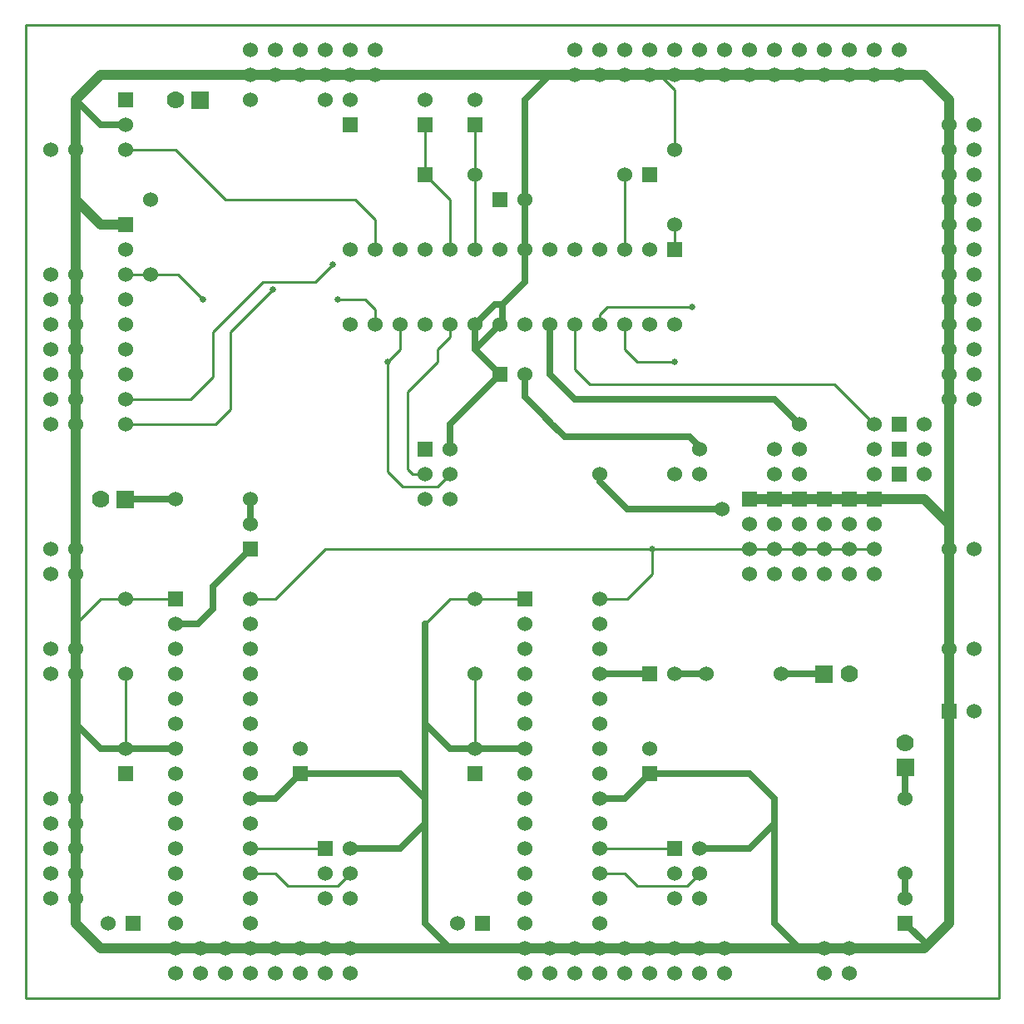
<source format=gtl>
G04 start of page 2 for group 0 idx 0 *
G04 Title: (unknown), top *
G04 Creator: pcb 20140316 *
G04 CreationDate: Thu 03 Aug 2017 07:13:35 PM GMT UTC *
G04 For: root *
G04 Format: Gerber/RS-274X *
G04 PCB-Dimensions (mil): 6000.00 5000.00 *
G04 PCB-Coordinate-Origin: lower left *
%MOIN*%
%FSLAX25Y25*%
%LNTOP*%
%ADD22C,0.0300*%
%ADD21C,0.0280*%
%ADD20C,0.0380*%
%ADD19C,0.0350*%
%ADD18C,0.0130*%
%ADD17C,0.0260*%
%ADD16C,0.0700*%
%ADD15C,0.0600*%
%ADD14C,0.0001*%
%ADD13C,0.0250*%
%ADD12C,0.0400*%
%ADD11C,0.0100*%
G54D11*X0Y500000D02*X390000D01*
Y110000D02*X0D01*
Y500000D01*
X390000Y110000D02*Y500000D01*
G54D12*X40000Y420000D02*X30000D01*
G54D13*X40000Y460000D02*X30000D01*
G54D11*X60000Y450000D02*X40000D01*
G54D12*X30000Y420000D02*X20000Y430000D01*
G54D13*X30000Y460000D02*X20000Y470000D01*
G54D11*X40000Y400000D02*X61000D01*
X71000Y390000D02*X61000Y400000D01*
X99000Y394000D02*X82000Y377000D01*
X95000Y397000D02*X75000Y377000D01*
X66000Y350000D02*X75000Y359000D01*
X76000Y340000D02*X82000Y346000D01*
Y377000D01*
G54D12*X30000Y480000D02*X20000Y470000D01*
G54D11*X80000Y430000D02*X60000Y450000D01*
G54D13*X180000Y370000D02*Y380000D01*
G54D11*X150000D02*Y370000D01*
G54D13*X220000Y350000D02*X210000Y360000D01*
Y380000D01*
G54D11*X220000Y362000D02*Y380000D01*
G54D13*X200000Y360000D02*Y351000D01*
X210000Y341000D01*
X216000Y335000D02*X208500Y342500D01*
X191000Y381000D02*Y388000D01*
X200000Y397000D01*
X170000Y340000D02*X190000Y360000D01*
G54D11*X123000Y404000D02*X116000Y397000D01*
X95000D01*
X160000Y320000D02*X155000D01*
X153000Y322000D01*
Y353000D01*
X170000Y320000D02*X165000Y315000D01*
X151000D01*
X145000Y321000D01*
Y365000D01*
G54D13*X170000Y330000D02*Y340000D01*
G54D11*X150000Y370000D02*X145000Y365000D01*
X140000Y380000D02*Y386000D01*
X136000Y390000D01*
X125000D01*
G54D13*X200000Y470000D02*Y397000D01*
X191000Y388000D02*X188000D01*
X180000Y380000D01*
G54D11*X170000D02*Y375000D01*
X165000Y370000D01*
Y365000D01*
X153000Y353000D01*
X140000Y410000D02*Y422000D01*
X132000Y430000D01*
X80000D01*
X40000Y350000D02*X66000D01*
X75000Y359000D02*Y377000D01*
X40000Y340000D02*X76000D01*
G54D13*X90000Y309891D02*X90081Y309972D01*
G54D12*X20000Y470000D02*Y140000D01*
G54D13*X60000Y260000D02*X69000D01*
X75000Y266000D01*
Y275000D01*
X90000Y290000D02*X75000Y275000D01*
X90000Y300000D02*Y309891D01*
X60081Y309972D02*X40028D01*
X40000Y310000D01*
G54D11*X180000Y240000D02*Y210000D01*
G54D13*X200000D02*X170000D01*
X160000Y220000D01*
G54D11*X200000Y270000D02*X170000D01*
X160000Y260000D01*
G54D13*Y140000D02*Y260000D01*
X240000Y190000D02*X230000D01*
G54D11*Y270000D02*X240000D01*
G54D13*X260000Y240000D02*X272582D01*
X250000D02*X230000D01*
X272582D02*X272763Y240180D01*
X302763D02*X319820D01*
X320000Y240000D01*
G54D11*X120000Y290000D02*X340000D01*
X120000Y170000D02*X90000D01*
X130000Y160000D02*X125000Y155000D01*
X105000D01*
X100000Y160000D01*
X90000D01*
G54D13*X100000Y190000D02*X90000D01*
X110000Y200000D02*X100000Y190000D01*
G54D11*X40000Y240000D02*Y210000D01*
X90000Y270000D02*X100000D01*
X120000Y290000D01*
G54D13*X130000Y170000D02*X150000D01*
X160000Y180000D01*
Y140000D02*X170000Y130000D01*
X60000Y210000D02*X30000D01*
G54D11*X60000Y270000D02*X30000D01*
X20000Y260000D01*
G54D13*X30000Y210000D02*X20000Y220000D01*
G54D12*X30000Y130000D02*X20000Y140000D01*
G54D13*X110000Y200000D02*X150000D01*
X160000Y190000D01*
X250000Y200000D02*X240000Y190000D01*
X250000Y200000D02*X290000D01*
X300000Y190000D01*
G54D11*X260000Y170000D02*X230000D01*
X270000Y160000D02*X265000Y155000D01*
X251000D01*
X230000Y160000D02*X240000D01*
X245000Y155000D01*
X254000D01*
G54D13*X270000Y170000D02*X290000D01*
X300000Y180000D01*
Y140000D02*X310000Y130000D01*
X300000Y140000D02*Y190000D01*
G54D12*X360000Y130000D02*X370000Y140000D01*
G54D13*X352500D02*X361250Y131250D01*
X352500Y150000D02*Y160000D01*
Y190000D02*Y202500D01*
G54D12*X30000Y130000D02*X360000D01*
G54D13*X310000Y340000D02*X300000Y350000D01*
G54D11*X340000Y340000D02*X324000Y356000D01*
G54D12*X370000Y470000D02*Y140000D01*
X290000Y310000D02*X360000D01*
X370000Y300000D01*
G54D11*X160000Y440000D02*X170000Y430000D01*
Y410000D01*
X160000Y440000D02*Y460000D01*
X180000Y410000D02*Y460000D01*
G54D12*X360000Y480000D02*X370000Y470000D01*
G54D11*X260000Y450000D02*Y474000D01*
X254000Y480000D01*
G54D13*X200000Y470000D02*X210000Y480000D01*
G54D12*X30000D02*X360000D01*
G54D11*X240000Y410000D02*Y440000D01*
G54D13*X190000Y360000D02*X180000Y370000D01*
X190000Y380000D02*X180000Y370000D01*
G54D11*X260000Y420000D02*Y410000D01*
X240000Y380000D02*Y370000D01*
X245000Y365000D01*
X260000D01*
X233000Y387000D02*X267000D01*
G54D13*X300000Y350000D02*X220000D01*
G54D11*X324000Y356000D02*X226000D01*
X220000Y362000D01*
G54D13*X230000Y320000D02*Y317000D01*
X241000Y306000D01*
G54D11*X230000Y380000D02*Y384000D01*
X233000Y387000D01*
X251000Y290000D02*Y280000D01*
X241000Y270000D01*
X238000D01*
G54D13*X241000Y306000D02*X279000D01*
X270018Y330031D02*Y330982D01*
X266000Y335000D01*
X216000D01*
G54D14*G36*
X37000Y423000D02*Y417000D01*
X43000D01*
Y423000D01*
X37000D01*
G37*
G54D15*X40000Y410000D03*
Y400000D03*
Y390000D03*
G54D14*G36*
X37000Y473000D02*Y467000D01*
X43000D01*
Y473000D01*
X37000D01*
G37*
G54D15*X40000Y460000D03*
Y450000D03*
X20000D03*
X10000D03*
X40000Y350000D03*
Y340000D03*
G54D14*G36*
X36500Y313500D02*Y306500D01*
X43500D01*
Y313500D01*
X36500D01*
G37*
G54D16*X30000Y310000D03*
G54D15*X20000Y280000D03*
Y250000D03*
Y240000D03*
X10000Y280000D03*
Y250000D03*
Y240000D03*
Y290000D03*
X20000D03*
X50000Y400000D03*
Y430000D03*
G54D14*G36*
X127000Y463000D02*Y457000D01*
X133000D01*
Y463000D01*
X127000D01*
G37*
G54D15*X130000Y470000D03*
X119980Y470048D03*
X89980D03*
G54D14*G36*
X66500Y473500D02*Y466500D01*
X73500D01*
Y473500D01*
X66500D01*
G37*
G54D16*X60000Y470000D03*
G54D15*X130000Y490000D03*
Y480000D03*
X120000D03*
Y490000D03*
X140000Y480000D03*
Y490000D03*
X110000D03*
Y480000D03*
X100000D03*
Y490000D03*
X90000D03*
Y480000D03*
X40000Y380000D03*
Y370000D03*
Y360000D03*
X20000Y350000D03*
Y360000D03*
Y370000D03*
Y340000D03*
X10000Y350000D03*
Y340000D03*
Y360000D03*
Y370000D03*
Y380000D03*
Y390000D03*
Y400000D03*
X20000Y380000D03*
Y390000D03*
Y400000D03*
G54D14*G36*
X257000Y173000D02*Y167000D01*
X263000D01*
Y173000D01*
X257000D01*
G37*
G54D15*X230000Y170000D03*
X270000D03*
X260000Y160000D03*
Y150000D03*
X230000D03*
Y160000D03*
G54D14*G36*
X247000Y203000D02*Y197000D01*
X253000D01*
Y203000D01*
X247000D01*
G37*
G54D15*X250000Y210000D03*
G54D14*G36*
X247000Y243000D02*Y237000D01*
X253000D01*
Y243000D01*
X247000D01*
G37*
G54D15*X260000Y240000D03*
X272763Y240180D03*
X200000Y170000D03*
X352500Y160000D03*
Y150000D03*
G54D14*G36*
X317000Y313000D02*Y307000D01*
X323000D01*
Y313000D01*
X317000D01*
G37*
G36*
X307000D02*Y307000D01*
X313000D01*
Y313000D01*
X307000D01*
G37*
G36*
X337000D02*Y307000D01*
X343000D01*
Y313000D01*
X337000D01*
G37*
G54D15*X310000Y290000D03*
Y280000D03*
G54D14*G36*
X297000Y313000D02*Y307000D01*
X303000D01*
Y313000D01*
X297000D01*
G37*
G54D15*X300000Y300000D03*
G54D14*G36*
X287000Y313000D02*Y307000D01*
X293000D01*
Y313000D01*
X287000D01*
G37*
G54D15*X290000Y300000D03*
X320000D03*
X310000D03*
X330000D03*
X340000D03*
Y290000D03*
Y280000D03*
X300000Y290000D03*
Y280000D03*
X290000Y290000D03*
Y280000D03*
G54D14*G36*
X327000Y313000D02*Y307000D01*
X333000D01*
Y313000D01*
X327000D01*
G37*
G54D15*X330000Y290000D03*
Y280000D03*
X230000Y220000D03*
Y230000D03*
Y240000D03*
Y250000D03*
Y260000D03*
Y270000D03*
Y180000D03*
Y190000D03*
Y200000D03*
Y210000D03*
X320000Y290000D03*
Y280000D03*
X370000Y290000D03*
X380000D03*
X302763Y240180D03*
G54D14*G36*
X316500Y243500D02*Y236500D01*
X323500D01*
Y243500D01*
X316500D01*
G37*
G54D16*X330000Y240000D03*
G54D15*X370000Y250000D03*
X380000D03*
X352500Y190000D03*
G54D14*G36*
X349000Y206000D02*Y199000D01*
X356000D01*
Y206000D01*
X349000D01*
G37*
G54D16*X352500Y212500D03*
G54D14*G36*
X367000Y228000D02*Y222000D01*
X373000D01*
Y228000D01*
X367000D01*
G37*
G54D15*X380000Y225000D03*
X260000Y420000D03*
G54D14*G36*
X257000Y413000D02*Y407000D01*
X263000D01*
Y413000D01*
X257000D01*
G37*
G54D15*X250000Y410000D03*
X240000D03*
X230000D03*
X220000D03*
X210000D03*
X200000D03*
X190000D03*
X180000D03*
X170000D03*
X160000D03*
Y380000D03*
X170000D03*
X180000D03*
X190000D03*
X200000D03*
X210000D03*
X220000D03*
X230000D03*
X150000Y410000D03*
X140000D03*
X130000D03*
X140000Y380000D03*
X150000D03*
X250000D03*
X130000D03*
G54D14*G36*
X347000Y323000D02*Y317000D01*
X353000D01*
Y323000D01*
X347000D01*
G37*
G54D15*X360000Y320000D03*
X340000D03*
X310000D03*
X300000D03*
X270000D03*
G54D14*G36*
X347000Y333000D02*Y327000D01*
X353000D01*
Y333000D01*
X347000D01*
G37*
G36*
Y343000D02*Y337000D01*
X353000D01*
Y343000D01*
X347000D01*
G37*
G54D15*X360000Y330000D03*
Y340000D03*
X370000Y350000D03*
X380000D03*
X340028Y330083D03*
X340000Y340000D03*
X310028Y330083D03*
X310000Y340000D03*
X300018Y330031D03*
X270018D03*
X370000Y400000D03*
X380000D03*
Y410000D03*
X370000D03*
Y390000D03*
X380000D03*
X370000Y380000D03*
Y370000D03*
Y360000D03*
X380000D03*
Y370000D03*
Y380000D03*
X370000Y420000D03*
X380000D03*
Y430000D03*
X370000D03*
Y440000D03*
Y450000D03*
Y460000D03*
X380000Y440000D03*
Y450000D03*
Y460000D03*
X350000Y480000D03*
Y490000D03*
X340000D03*
Y480000D03*
X330000Y490000D03*
X320000D03*
X310000D03*
X330000Y480000D03*
X320000D03*
X310000D03*
X300000D03*
X290000D03*
X280000D03*
X300000Y490000D03*
X290000D03*
X280000D03*
X270000Y480000D03*
X260000D03*
X250000D03*
X240000D03*
X230000D03*
X220000D03*
X270000Y490000D03*
X260000D03*
X250000D03*
X240000D03*
X230000D03*
X220000D03*
G54D14*G36*
X157000Y443000D02*Y437000D01*
X163000D01*
Y443000D01*
X157000D01*
G37*
G54D15*X180000Y440000D03*
G54D14*G36*
X157000Y463000D02*Y457000D01*
X163000D01*
Y463000D01*
X157000D01*
G37*
G36*
X177000D02*Y457000D01*
X183000D01*
Y463000D01*
X177000D01*
G37*
G54D15*X160000Y470000D03*
X180000D03*
G54D14*G36*
X187000Y433000D02*Y427000D01*
X193000D01*
Y433000D01*
X187000D01*
G37*
G54D15*X200000Y430000D03*
G54D14*G36*
X187000Y363000D02*Y357000D01*
X193000D01*
Y363000D01*
X187000D01*
G37*
G54D15*X200000Y360000D03*
X260000Y320000D03*
X230000D03*
G54D14*G36*
X157000Y333000D02*Y327000D01*
X163000D01*
Y333000D01*
X157000D01*
G37*
G54D15*X170000Y330000D03*
X160000Y320000D03*
X170000D03*
X160000Y310000D03*
X170000D03*
X90081Y309972D03*
X60081D03*
X240000Y380000D03*
X260000D03*
Y450000D03*
G54D14*G36*
X247000Y443000D02*Y437000D01*
X253000D01*
Y443000D01*
X247000D01*
G37*
G54D15*X240000Y440000D03*
G54D14*G36*
X40000Y143000D02*Y137000D01*
X46000D01*
Y143000D01*
X40000D01*
G37*
G54D15*X60000Y210000D03*
Y200000D03*
Y190000D03*
Y180000D03*
Y170000D03*
Y160000D03*
Y150000D03*
Y140000D03*
Y130000D03*
Y120000D03*
X70000Y130000D03*
Y120000D03*
X33000Y140000D03*
X60000Y220000D03*
G54D14*G36*
X37000Y203000D02*Y197000D01*
X43000D01*
Y203000D01*
X37000D01*
G37*
G54D15*X40000Y210000D03*
X20000Y190000D03*
Y180000D03*
Y170000D03*
Y160000D03*
Y150000D03*
X10000Y190000D03*
Y180000D03*
Y170000D03*
Y160000D03*
Y150000D03*
X90000D03*
Y160000D03*
Y170000D03*
Y180000D03*
Y190000D03*
Y200000D03*
Y210000D03*
G54D14*G36*
X107000Y203000D02*Y197000D01*
X113000D01*
Y203000D01*
X107000D01*
G37*
G54D15*X110000Y210000D03*
X90000Y220000D03*
Y230000D03*
Y240000D03*
Y250000D03*
Y260000D03*
Y270000D03*
G54D14*G36*
X87000Y293000D02*Y287000D01*
X93000D01*
Y293000D01*
X87000D01*
G37*
G54D15*X90000Y300000D03*
G54D14*G36*
X57000Y273000D02*Y267000D01*
X63000D01*
Y273000D01*
X57000D01*
G37*
G54D15*X60000Y260000D03*
Y250000D03*
Y240000D03*
Y230000D03*
X40000Y240000D03*
Y270000D03*
G54D14*G36*
X117000Y173000D02*Y167000D01*
X123000D01*
Y173000D01*
X117000D01*
G37*
G54D15*X120000Y160000D03*
Y150000D03*
X130000Y170000D03*
Y160000D03*
Y150000D03*
Y130000D03*
Y120000D03*
X90000Y140000D03*
Y120000D03*
X120000Y130000D03*
Y120000D03*
X110000D03*
Y130000D03*
X100000Y120000D03*
X80000Y130000D03*
Y120000D03*
X90000Y130000D03*
X100000D03*
G54D14*G36*
X180000Y143000D02*Y137000D01*
X186000D01*
Y143000D01*
X180000D01*
G37*
G54D15*X200000Y160000D03*
Y150000D03*
Y140000D03*
X173000D03*
X230000D03*
X200000Y130000D03*
X210000D03*
X220000D03*
X230000D03*
X180000Y240000D03*
G54D14*G36*
X177000Y203000D02*Y197000D01*
X183000D01*
Y203000D01*
X177000D01*
G37*
G54D15*X180000Y210000D03*
Y270000D03*
G54D14*G36*
X197000Y273000D02*Y267000D01*
X203000D01*
Y273000D01*
X197000D01*
G37*
G54D15*X200000Y250000D03*
Y240000D03*
Y230000D03*
Y220000D03*
Y210000D03*
Y200000D03*
Y190000D03*
Y180000D03*
Y260000D03*
X270000Y160000D03*
Y150000D03*
G54D14*G36*
X349500Y143000D02*Y137000D01*
X355500D01*
Y143000D01*
X349500D01*
G37*
G54D15*X270000Y130000D03*
X280000D03*
X320000D03*
X330000D03*
X270000Y120000D03*
X280000D03*
X320000D03*
X330000D03*
X260000Y130000D03*
X250000D03*
X240000D03*
X260000Y120000D03*
X250000D03*
X240000D03*
X230000D03*
X220000D03*
X210000D03*
X200000D03*
G54D17*X251000Y290000D03*
G54D15*X279000Y306000D03*
G54D17*X260000Y365000D03*
X267000Y387000D03*
X125000Y390000D03*
X71000D03*
X145000Y365000D03*
X99000Y394000D03*
X123000Y404000D03*
G54D18*G54D19*G54D18*G54D20*G54D12*G54D20*G54D21*G54D12*G54D21*G54D20*G54D21*G54D12*G54D20*G54D12*G54D20*G54D21*G54D20*G54D21*G54D22*G54D20*G54D21*G54D20*G54D21*G54D20*G54D12*G54D21*G54D12*G54D21*G54D20*G54D21*G54D20*G54D21*G54D20*G54D12*G54D21*G54D12*G54D21*G54D22*G54D21*G54D20*G54D21*G54D20*G54D21*G54D12*G54D20*G54D21*G54D22*G54D12*G54D21*G54D22*G54D21*G54D20*G54D21*G54D20*G54D12*G54D21*G54D12*G54D20*G54D21*G54D20*G54D21*G54D12*G54D21*G54D22*G54D21*G54D20*G54D12*M02*

</source>
